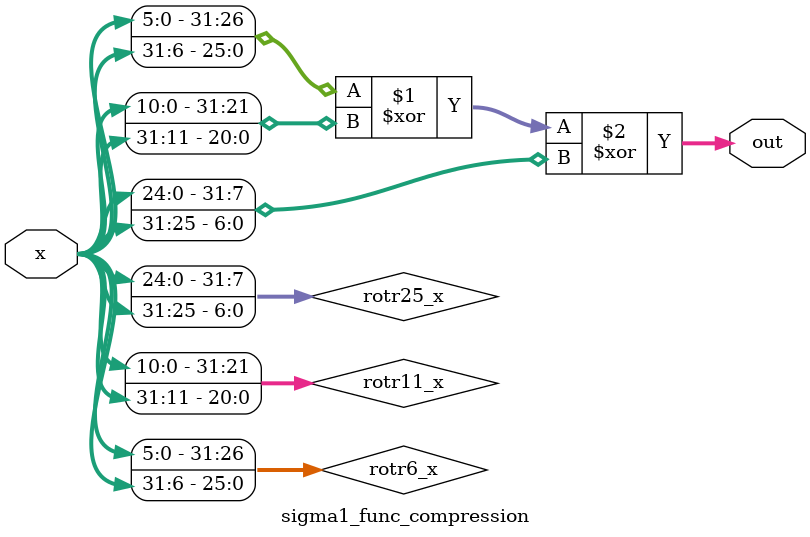
<source format=v>
module sigma1_func_compression (
    input wire [31:0] x,
    output wire [31:0] out
);

    wire [31:0] rotr6_x;
    wire [31:0] rotr11_x;
    wire [31:0] rotr25_x;

    // Rotate Right 6 bits: {lower 6 bits, upper 26 bits}
    assign rotr6_x  = {x[5:0], x[31:6]};
    // Rotate Right 11 bits: {lower 11 bits, upper 21 bits}
    assign rotr11_x = {x[10:0], x[31:11]};
    // Rotate Right 25 bits: {lower 25 bits, upper 7 bits}
    assign rotr25_x = {x[24:0], x[31:25]};

    // XOR các kết quả lại
    assign out = rotr6_x ^ rotr11_x ^ rotr25_x;

endmodule
</source>
